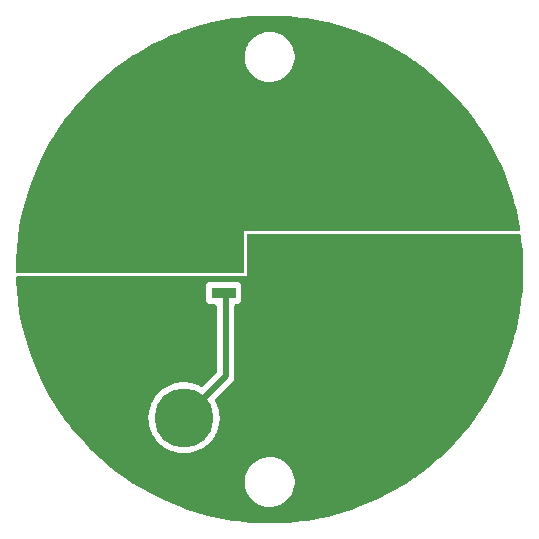
<source format=gbr>
%TF.GenerationSoftware,KiCad,Pcbnew,6.0.8-f2edbf62ab~116~ubuntu22.04.1*%
%TF.CreationDate,2022-11-07T08:46:38+01:00*%
%TF.ProjectId,batteriedeckel,62617474-6572-4696-9564-65636b656c2e,rev?*%
%TF.SameCoordinates,Original*%
%TF.FileFunction,Copper,L1,Top*%
%TF.FilePolarity,Positive*%
%FSLAX46Y46*%
G04 Gerber Fmt 4.6, Leading zero omitted, Abs format (unit mm)*
G04 Created by KiCad (PCBNEW 6.0.8-f2edbf62ab~116~ubuntu22.04.1) date 2022-11-07 08:46:38*
%MOMM*%
%LPD*%
G01*
G04 APERTURE LIST*
%TA.AperFunction,ComponentPad*%
%ADD10C,5.000000*%
%TD*%
%TA.AperFunction,SMDPad,CuDef*%
%ADD11R,2.000000X0.900000*%
%TD*%
%TA.AperFunction,Conductor*%
%ADD12C,0.500000*%
%TD*%
G04 APERTURE END LIST*
D10*
%TO.P,BAT+,1,1*%
%TO.N,/BAT+*%
X92750000Y-87443000D03*
%TD*%
%TO.P,SW-,1,1*%
%TO.N,/GND*%
X114500000Y-100000000D03*
%TD*%
%TO.P,BAT-,1,1*%
%TO.N,/GND*%
X102000000Y-102000000D03*
%TD*%
%TO.P,SW+,1,1*%
%TO.N,/MODE*%
X92750000Y-112557000D03*
%TD*%
D11*
%TO.P,J1,1,Pin_1*%
%TO.N,/BAT+*%
X96100000Y-98000000D03*
%TO.P,J1,2,Pin_2*%
%TO.N,/GND*%
X99300000Y-100000000D03*
%TO.P,J1,3,Pin_3*%
%TO.N,/MODE*%
X96100000Y-102000000D03*
%TD*%
D12*
%TO.N,/MODE*%
X92750000Y-112557000D02*
X96266000Y-109041000D01*
X96266000Y-102166000D02*
X96100000Y-102000000D01*
X96266000Y-109041000D02*
X96266000Y-102166000D01*
%TD*%
%TA.AperFunction,Conductor*%
%TO.N,/BAT+*%
G36*
X100452733Y-78513324D02*
G01*
X101346821Y-78550798D01*
X101352079Y-78551129D01*
X101584192Y-78570620D01*
X102243850Y-78626013D01*
X102249099Y-78626565D01*
X102618148Y-78673186D01*
X103136919Y-78738723D01*
X103142123Y-78739491D01*
X104024506Y-78888735D01*
X104029679Y-78889721D01*
X104386389Y-78965542D01*
X104905042Y-79075785D01*
X104910180Y-79076991D01*
X105776929Y-79299535D01*
X105782012Y-79300954D01*
X106638717Y-79559608D01*
X106643736Y-79561239D01*
X107170237Y-79744586D01*
X107488839Y-79855534D01*
X107493763Y-79857365D01*
X108034099Y-80071299D01*
X108325836Y-80186806D01*
X108330701Y-80188851D01*
X109148226Y-80552836D01*
X109153001Y-80555083D01*
X109954561Y-80952982D01*
X109959238Y-80955427D01*
X110743447Y-81386549D01*
X110748017Y-81389188D01*
X111513478Y-81852767D01*
X111517911Y-81855581D01*
X111535546Y-81867297D01*
X112263289Y-82350809D01*
X112267623Y-82353821D01*
X112771392Y-82719830D01*
X112991606Y-82879825D01*
X112995808Y-82883014D01*
X113426363Y-83224268D01*
X113697134Y-83438879D01*
X113701198Y-83442241D01*
X114264767Y-83928701D01*
X114378617Y-84026974D01*
X114382539Y-84030505D01*
X115034881Y-84643094D01*
X115038652Y-84646786D01*
X115664801Y-85286189D01*
X115668384Y-85290005D01*
X116267225Y-85955086D01*
X116270616Y-85959014D01*
X116317617Y-86015828D01*
X116841067Y-86648571D01*
X116844345Y-86652706D01*
X117385407Y-87365529D01*
X117388489Y-87369772D01*
X117507673Y-87541254D01*
X117899229Y-88104630D01*
X117902149Y-88109026D01*
X118381644Y-88864591D01*
X118384378Y-88869105D01*
X118831821Y-89644098D01*
X118834364Y-89648723D01*
X119248971Y-90441794D01*
X119251317Y-90446521D01*
X119632333Y-91256220D01*
X119634480Y-91261041D01*
X119981275Y-92086035D01*
X119983217Y-92090942D01*
X120295142Y-92929680D01*
X120296878Y-92934664D01*
X120573418Y-93785769D01*
X120574943Y-93790821D01*
X120815592Y-94652728D01*
X120816905Y-94657840D01*
X121021257Y-95529101D01*
X121022354Y-95534263D01*
X121190040Y-96413301D01*
X121190920Y-96418504D01*
X121222091Y-96629593D01*
X121212255Y-96699905D01*
X121165967Y-96753738D01*
X121097443Y-96774000D01*
X97790000Y-96774000D01*
X97790000Y-100204000D01*
X97769998Y-100272121D01*
X97716342Y-100318614D01*
X97664000Y-100330000D01*
X78638801Y-100330000D01*
X78570680Y-100309998D01*
X78524187Y-100256342D01*
X78512829Y-100206639D01*
X78508555Y-100002639D01*
X78508555Y-99997361D01*
X78527297Y-99102668D01*
X78527518Y-99097395D01*
X78573994Y-98358676D01*
X78583708Y-98204271D01*
X78584148Y-98199028D01*
X78677693Y-97309010D01*
X78678355Y-97303775D01*
X78809080Y-96418505D01*
X78809960Y-96413301D01*
X78977646Y-95534263D01*
X78978743Y-95529101D01*
X79183095Y-94657840D01*
X79184408Y-94652728D01*
X79425057Y-93790821D01*
X79426582Y-93785769D01*
X79703122Y-92934664D01*
X79704858Y-92929680D01*
X80016783Y-92090942D01*
X80018725Y-92086035D01*
X80365520Y-91261041D01*
X80367667Y-91256220D01*
X80748683Y-90446521D01*
X80751029Y-90441794D01*
X81165636Y-89648723D01*
X81168179Y-89644098D01*
X81615622Y-88869105D01*
X81618356Y-88864591D01*
X82097851Y-88109026D01*
X82100771Y-88104630D01*
X82492328Y-87541254D01*
X82611511Y-87369772D01*
X82614593Y-87365529D01*
X83155655Y-86652706D01*
X83158933Y-86648571D01*
X83682383Y-86015828D01*
X83729384Y-85959014D01*
X83732775Y-85955086D01*
X84331616Y-85290005D01*
X84335199Y-85286189D01*
X84961348Y-84646786D01*
X84965119Y-84643094D01*
X85617461Y-84030505D01*
X85621383Y-84026974D01*
X85735233Y-83928701D01*
X86298802Y-83442241D01*
X86302866Y-83438879D01*
X86573638Y-83224268D01*
X87004192Y-82883014D01*
X87008394Y-82879825D01*
X87228609Y-82719830D01*
X87732377Y-82353821D01*
X87736711Y-82350809D01*
X88064986Y-82132703D01*
X97890743Y-82132703D01*
X97928268Y-82417734D01*
X98004129Y-82695036D01*
X98116923Y-82959476D01*
X98264561Y-83206161D01*
X98444313Y-83430528D01*
X98652851Y-83628423D01*
X98886317Y-83796186D01*
X98890112Y-83798195D01*
X98890113Y-83798196D01*
X98911869Y-83809715D01*
X99140392Y-83930712D01*
X99410373Y-84029511D01*
X99691264Y-84090755D01*
X99719841Y-84093004D01*
X99914282Y-84108307D01*
X99914291Y-84108307D01*
X99916739Y-84108500D01*
X100072271Y-84108500D01*
X100074407Y-84108354D01*
X100074418Y-84108354D01*
X100282548Y-84094165D01*
X100282554Y-84094164D01*
X100286825Y-84093873D01*
X100291020Y-84093004D01*
X100291022Y-84093004D01*
X100427584Y-84064723D01*
X100568342Y-84035574D01*
X100839343Y-83939607D01*
X101094812Y-83807750D01*
X101098313Y-83805289D01*
X101098317Y-83805287D01*
X101212418Y-83725095D01*
X101330023Y-83642441D01*
X101540622Y-83446740D01*
X101722713Y-83224268D01*
X101872927Y-82979142D01*
X101988483Y-82715898D01*
X102067244Y-82439406D01*
X102107751Y-82154784D01*
X102107845Y-82136951D01*
X102109235Y-81871583D01*
X102109235Y-81871576D01*
X102109257Y-81867297D01*
X102107716Y-81855588D01*
X102072292Y-81586522D01*
X102071732Y-81582266D01*
X101995871Y-81304964D01*
X101883077Y-81040524D01*
X101735439Y-80793839D01*
X101555687Y-80569472D01*
X101347149Y-80371577D01*
X101113683Y-80203814D01*
X101091843Y-80192250D01*
X101068654Y-80179972D01*
X100859608Y-80069288D01*
X100589627Y-79970489D01*
X100308736Y-79909245D01*
X100277685Y-79906801D01*
X100085718Y-79891693D01*
X100085709Y-79891693D01*
X100083261Y-79891500D01*
X99927729Y-79891500D01*
X99925593Y-79891646D01*
X99925582Y-79891646D01*
X99717452Y-79905835D01*
X99717446Y-79905836D01*
X99713175Y-79906127D01*
X99708980Y-79906996D01*
X99708978Y-79906996D01*
X99572417Y-79935276D01*
X99431658Y-79964426D01*
X99160657Y-80060393D01*
X99156848Y-80062359D01*
X98915736Y-80186806D01*
X98905188Y-80192250D01*
X98901687Y-80194711D01*
X98901683Y-80194713D01*
X98891594Y-80201804D01*
X98669977Y-80357559D01*
X98459378Y-80553260D01*
X98277287Y-80775732D01*
X98127073Y-81020858D01*
X98011517Y-81284102D01*
X98010342Y-81288229D01*
X98010341Y-81288230D01*
X97981582Y-81389188D01*
X97932756Y-81560594D01*
X97892249Y-81845216D01*
X97892227Y-81849505D01*
X97892226Y-81849512D01*
X97891085Y-82067373D01*
X97890743Y-82132703D01*
X88064986Y-82132703D01*
X88464454Y-81867297D01*
X88482089Y-81855581D01*
X88486522Y-81852767D01*
X89251983Y-81389188D01*
X89256553Y-81386549D01*
X90040762Y-80955427D01*
X90045439Y-80952982D01*
X90846999Y-80555083D01*
X90851774Y-80552836D01*
X91669299Y-80188851D01*
X91674164Y-80186806D01*
X91965901Y-80071299D01*
X92506237Y-79857365D01*
X92511161Y-79855534D01*
X92829763Y-79744586D01*
X93356264Y-79561239D01*
X93361283Y-79559608D01*
X94217988Y-79300954D01*
X94223071Y-79299535D01*
X95089820Y-79076991D01*
X95094958Y-79075785D01*
X95613611Y-78965542D01*
X95970321Y-78889721D01*
X95975494Y-78888735D01*
X96857877Y-78739491D01*
X96863081Y-78738723D01*
X97381852Y-78673186D01*
X97750901Y-78626565D01*
X97756150Y-78626013D01*
X98415808Y-78570620D01*
X98647921Y-78551129D01*
X98653179Y-78550798D01*
X99547267Y-78513324D01*
X99552544Y-78513213D01*
X100447456Y-78513213D01*
X100452733Y-78513324D01*
G37*
%TD.AperFunction*%
%TD*%
%TA.AperFunction,Conductor*%
%TO.N,/GND*%
G36*
X121240283Y-97048002D02*
G01*
X121286776Y-97101658D01*
X121296810Y-97135593D01*
X121321575Y-97303295D01*
X121321646Y-97303777D01*
X121322305Y-97308991D01*
X121407138Y-98116124D01*
X121415852Y-98199028D01*
X121416293Y-98204287D01*
X121472482Y-99097395D01*
X121472703Y-99102668D01*
X121491445Y-99997361D01*
X121491445Y-100002639D01*
X121472703Y-100897332D01*
X121472482Y-100902605D01*
X121416293Y-101795713D01*
X121415852Y-101800972D01*
X121322307Y-102690990D01*
X121321645Y-102696225D01*
X121190920Y-103581495D01*
X121190040Y-103586699D01*
X121022354Y-104465737D01*
X121021257Y-104470899D01*
X120816905Y-105342160D01*
X120815592Y-105347272D01*
X120574943Y-106209179D01*
X120573418Y-106214231D01*
X120296878Y-107065336D01*
X120295142Y-107070320D01*
X119983217Y-107909058D01*
X119981275Y-107913965D01*
X119634480Y-108738959D01*
X119632333Y-108743780D01*
X119251317Y-109553479D01*
X119248971Y-109558206D01*
X118834364Y-110351277D01*
X118831821Y-110355902D01*
X118384378Y-111130895D01*
X118381644Y-111135409D01*
X118327715Y-111220388D01*
X117913927Y-111872415D01*
X117902149Y-111890974D01*
X117899239Y-111895355D01*
X117505174Y-112462341D01*
X117388491Y-112630226D01*
X117385407Y-112634471D01*
X116931048Y-113233067D01*
X116844345Y-113347294D01*
X116841067Y-113351429D01*
X116780621Y-113424496D01*
X116270616Y-114040986D01*
X116267225Y-114044914D01*
X115668384Y-114709995D01*
X115664808Y-114713804D01*
X115285182Y-115101466D01*
X115038652Y-115353214D01*
X115034881Y-115356906D01*
X114382539Y-115969495D01*
X114378619Y-115973025D01*
X114248621Y-116085236D01*
X113701200Y-116557757D01*
X113697137Y-116561119D01*
X113421752Y-116779386D01*
X112995810Y-117116984D01*
X112991609Y-117120173D01*
X112731569Y-117309103D01*
X112267623Y-117646179D01*
X112263289Y-117649191D01*
X111517911Y-118144419D01*
X111513478Y-118147233D01*
X111024226Y-118443534D01*
X110748017Y-118610812D01*
X110743447Y-118613451D01*
X109959238Y-119044573D01*
X109954561Y-119047018D01*
X109153001Y-119444917D01*
X109148226Y-119447164D01*
X108330701Y-119811149D01*
X108325836Y-119813194D01*
X107493763Y-120142635D01*
X107488839Y-120144466D01*
X107170237Y-120255414D01*
X106643736Y-120438761D01*
X106638717Y-120440392D01*
X105782012Y-120699046D01*
X105776929Y-120700465D01*
X104910180Y-120923009D01*
X104905042Y-120924215D01*
X104386389Y-121034458D01*
X104029679Y-121110279D01*
X104024506Y-121111265D01*
X103142123Y-121260509D01*
X103136919Y-121261277D01*
X102618148Y-121326814D01*
X102249099Y-121373435D01*
X102243850Y-121373987D01*
X101584192Y-121429380D01*
X101352079Y-121448871D01*
X101346821Y-121449202D01*
X100560337Y-121482166D01*
X100452732Y-121486676D01*
X100447456Y-121486787D01*
X99552544Y-121486787D01*
X99547268Y-121486676D01*
X99439663Y-121482166D01*
X98653179Y-121449202D01*
X98647921Y-121448871D01*
X98415808Y-121429380D01*
X97756150Y-121373987D01*
X97750901Y-121373435D01*
X97381852Y-121326814D01*
X96863081Y-121261277D01*
X96857877Y-121260509D01*
X95975494Y-121111265D01*
X95970321Y-121110279D01*
X95613611Y-121034458D01*
X95094958Y-120924215D01*
X95089820Y-120923009D01*
X94223071Y-120700465D01*
X94217988Y-120699046D01*
X93361283Y-120440392D01*
X93356264Y-120438761D01*
X92829763Y-120255414D01*
X92511161Y-120144466D01*
X92506237Y-120142635D01*
X91674164Y-119813194D01*
X91669299Y-119811149D01*
X90851774Y-119447164D01*
X90846999Y-119444917D01*
X90045439Y-119047018D01*
X90040762Y-119044573D01*
X89256553Y-118613451D01*
X89251983Y-118610812D01*
X88975774Y-118443534D01*
X88486522Y-118147233D01*
X88482089Y-118144419D01*
X88464455Y-118132703D01*
X97890743Y-118132703D01*
X97891302Y-118136947D01*
X97891302Y-118136951D01*
X97892477Y-118145874D01*
X97928268Y-118417734D01*
X98004129Y-118695036D01*
X98116923Y-118959476D01*
X98264561Y-119206161D01*
X98444313Y-119430528D01*
X98652851Y-119628423D01*
X98886317Y-119796186D01*
X98890112Y-119798195D01*
X98890113Y-119798196D01*
X98911869Y-119809715D01*
X99140392Y-119930712D01*
X99410373Y-120029511D01*
X99691264Y-120090755D01*
X99719841Y-120093004D01*
X99914282Y-120108307D01*
X99914291Y-120108307D01*
X99916739Y-120108500D01*
X100072271Y-120108500D01*
X100074407Y-120108354D01*
X100074418Y-120108354D01*
X100282548Y-120094165D01*
X100282554Y-120094164D01*
X100286825Y-120093873D01*
X100291020Y-120093004D01*
X100291022Y-120093004D01*
X100427583Y-120064724D01*
X100568342Y-120035574D01*
X100839343Y-119939607D01*
X100927362Y-119894177D01*
X101091005Y-119809715D01*
X101091006Y-119809715D01*
X101094812Y-119807750D01*
X101098313Y-119805289D01*
X101098317Y-119805287D01*
X101212418Y-119725095D01*
X101330023Y-119642441D01*
X101540622Y-119446740D01*
X101722713Y-119224268D01*
X101872927Y-118979142D01*
X101988483Y-118715898D01*
X102018027Y-118612185D01*
X102066068Y-118443534D01*
X102067244Y-118439406D01*
X102107751Y-118154784D01*
X102107806Y-118144412D01*
X102109235Y-117871583D01*
X102109235Y-117871576D01*
X102109257Y-117867297D01*
X102071732Y-117582266D01*
X101995871Y-117304964D01*
X101883077Y-117040524D01*
X101735439Y-116793839D01*
X101555687Y-116569472D01*
X101347149Y-116371577D01*
X101113683Y-116203814D01*
X101091843Y-116192250D01*
X100889728Y-116085236D01*
X100859608Y-116069288D01*
X100589627Y-115970489D01*
X100308736Y-115909245D01*
X100277685Y-115906801D01*
X100085718Y-115891693D01*
X100085709Y-115891693D01*
X100083261Y-115891500D01*
X99927729Y-115891500D01*
X99925593Y-115891646D01*
X99925582Y-115891646D01*
X99717452Y-115905835D01*
X99717446Y-115905836D01*
X99713175Y-115906127D01*
X99708980Y-115906996D01*
X99708978Y-115906996D01*
X99572416Y-115935277D01*
X99431658Y-115964426D01*
X99160657Y-116060393D01*
X98905188Y-116192250D01*
X98901687Y-116194711D01*
X98901683Y-116194713D01*
X98891594Y-116201804D01*
X98669977Y-116357559D01*
X98459378Y-116553260D01*
X98277287Y-116775732D01*
X98127073Y-117020858D01*
X98011517Y-117284102D01*
X97932756Y-117560594D01*
X97892249Y-117845216D01*
X97892227Y-117849505D01*
X97892226Y-117849512D01*
X97891791Y-117932627D01*
X97890743Y-118132703D01*
X88464455Y-118132703D01*
X87736711Y-117649191D01*
X87732377Y-117646179D01*
X87268431Y-117309103D01*
X87008391Y-117120173D01*
X87004190Y-117116984D01*
X86578248Y-116779386D01*
X86302863Y-116561119D01*
X86298800Y-116557757D01*
X85751380Y-116085236D01*
X85621381Y-115973025D01*
X85617461Y-115969495D01*
X84965119Y-115356906D01*
X84961348Y-115353214D01*
X84714818Y-115101466D01*
X84335192Y-114713804D01*
X84331616Y-114709995D01*
X83732775Y-114044914D01*
X83729384Y-114040986D01*
X83219379Y-113424496D01*
X83158933Y-113351429D01*
X83155655Y-113347294D01*
X83068952Y-113233067D01*
X82614593Y-112634471D01*
X82611509Y-112630226D01*
X82494826Y-112462341D01*
X89737888Y-112462341D01*
X89737983Y-112465971D01*
X89737983Y-112465972D01*
X89740367Y-112557000D01*
X89746970Y-112809171D01*
X89795856Y-113152660D01*
X89883897Y-113488253D01*
X90009927Y-113811503D01*
X90011624Y-113814708D01*
X90145113Y-114066825D01*
X90172275Y-114118126D01*
X90174325Y-114121109D01*
X90174327Y-114121112D01*
X90366733Y-114401064D01*
X90366739Y-114401071D01*
X90368790Y-114404056D01*
X90596866Y-114665505D01*
X90599551Y-114667948D01*
X90809268Y-114858775D01*
X90853481Y-114899006D01*
X91135233Y-115101466D01*
X91438388Y-115270200D01*
X91758928Y-115402972D01*
X91762422Y-115403967D01*
X91762424Y-115403968D01*
X92089103Y-115497025D01*
X92089108Y-115497026D01*
X92092604Y-115498022D01*
X92289304Y-115530233D01*
X92431412Y-115553504D01*
X92431419Y-115553505D01*
X92434993Y-115554090D01*
X92608275Y-115562262D01*
X92777931Y-115570263D01*
X92777932Y-115570263D01*
X92781558Y-115570434D01*
X92790415Y-115569830D01*
X93124073Y-115547084D01*
X93124081Y-115547083D01*
X93127704Y-115546836D01*
X93131279Y-115546173D01*
X93131282Y-115546173D01*
X93465279Y-115484270D01*
X93465283Y-115484269D01*
X93468844Y-115483609D01*
X93800456Y-115381592D01*
X94118145Y-115242136D01*
X94362511Y-115099341D01*
X94414560Y-115068926D01*
X94414562Y-115068925D01*
X94417700Y-115067091D01*
X94420609Y-115064907D01*
X94692244Y-114860958D01*
X94692248Y-114860955D01*
X94695151Y-114858775D01*
X94946819Y-114619950D01*
X95169370Y-114353783D01*
X95359853Y-114063799D01*
X95488446Y-113808121D01*
X95514117Y-113757080D01*
X95514120Y-113757072D01*
X95515744Y-113753844D01*
X95634977Y-113428026D01*
X95635822Y-113424504D01*
X95635825Y-113424496D01*
X95715124Y-113094191D01*
X95715125Y-113094187D01*
X95715971Y-113090662D01*
X95750035Y-112809171D01*
X95757316Y-112749004D01*
X95757316Y-112748997D01*
X95757652Y-112746225D01*
X95763599Y-112557000D01*
X95763438Y-112554204D01*
X95743836Y-112214246D01*
X95743835Y-112214241D01*
X95743627Y-112210626D01*
X95683976Y-111868842D01*
X95585437Y-111536180D01*
X95449316Y-111217048D01*
X95392830Y-111118017D01*
X95376455Y-111048938D01*
X95400027Y-110981968D01*
X95413184Y-110966497D01*
X96754911Y-109624770D01*
X96769323Y-109612384D01*
X96780918Y-109603851D01*
X96780923Y-109603846D01*
X96786818Y-109599508D01*
X96791557Y-109593930D01*
X96791560Y-109593927D01*
X96821035Y-109559232D01*
X96827965Y-109551716D01*
X96833660Y-109546021D01*
X96851281Y-109523749D01*
X96854072Y-109520345D01*
X96896591Y-109470297D01*
X96896592Y-109470295D01*
X96901333Y-109464715D01*
X96904661Y-109458199D01*
X96908028Y-109453150D01*
X96911195Y-109448021D01*
X96915734Y-109442284D01*
X96946655Y-109376125D01*
X96948561Y-109372225D01*
X96981769Y-109307192D01*
X96983508Y-109300083D01*
X96985604Y-109294449D01*
X96987523Y-109288679D01*
X96990622Y-109282050D01*
X97005491Y-109210565D01*
X97006461Y-109206282D01*
X97022473Y-109140844D01*
X97023808Y-109135390D01*
X97024500Y-109124236D01*
X97024535Y-109124238D01*
X97024775Y-109120266D01*
X97025152Y-109116045D01*
X97026641Y-109108885D01*
X97024546Y-109031458D01*
X97024500Y-109028050D01*
X97024500Y-103084372D01*
X97044502Y-103016251D01*
X97098158Y-102969758D01*
X97143684Y-102958556D01*
X97144718Y-102958500D01*
X97148134Y-102958500D01*
X97151530Y-102958131D01*
X97151532Y-102958131D01*
X97163879Y-102956790D01*
X97210316Y-102951745D01*
X97346705Y-102900615D01*
X97463261Y-102813261D01*
X97550615Y-102696705D01*
X97601745Y-102560316D01*
X97608500Y-102498134D01*
X97608500Y-101501866D01*
X97601745Y-101439684D01*
X97550615Y-101303295D01*
X97463261Y-101186739D01*
X97346705Y-101099385D01*
X97210316Y-101048255D01*
X97148134Y-101041500D01*
X95051866Y-101041500D01*
X94989684Y-101048255D01*
X94853295Y-101099385D01*
X94736739Y-101186739D01*
X94649385Y-101303295D01*
X94598255Y-101439684D01*
X94591500Y-101501866D01*
X94591500Y-102498134D01*
X94598255Y-102560316D01*
X94649385Y-102696705D01*
X94736739Y-102813261D01*
X94853295Y-102900615D01*
X94989684Y-102951745D01*
X95051866Y-102958500D01*
X95381500Y-102958500D01*
X95449621Y-102978502D01*
X95496114Y-103032158D01*
X95507500Y-103084500D01*
X95507500Y-108674629D01*
X95487498Y-108742750D01*
X95470595Y-108763724D01*
X94340695Y-109893624D01*
X94278383Y-109927650D01*
X94207568Y-109922585D01*
X94193815Y-109916497D01*
X93975741Y-109803940D01*
X93651189Y-109681302D01*
X93647668Y-109680418D01*
X93647663Y-109680416D01*
X93426125Y-109624770D01*
X93314692Y-109596780D01*
X93292476Y-109593855D01*
X92974315Y-109551968D01*
X92974307Y-109551967D01*
X92970711Y-109551494D01*
X92826045Y-109549221D01*
X92627446Y-109546101D01*
X92627442Y-109546101D01*
X92623804Y-109546044D01*
X92620190Y-109546405D01*
X92620184Y-109546405D01*
X92376843Y-109570694D01*
X92278569Y-109580503D01*
X91939583Y-109654414D01*
X91936156Y-109655587D01*
X91936150Y-109655589D01*
X91857296Y-109682587D01*
X91611339Y-109766797D01*
X91298188Y-109916163D01*
X91004279Y-110100532D01*
X91001443Y-110102804D01*
X91001436Y-110102809D01*
X90757384Y-110298332D01*
X90733509Y-110317459D01*
X90489466Y-110564071D01*
X90275386Y-110837098D01*
X90094105Y-111132921D01*
X90092580Y-111136206D01*
X90092578Y-111136210D01*
X90053504Y-111220388D01*
X89948027Y-111447620D01*
X89839087Y-111777023D01*
X89838351Y-111780578D01*
X89838350Y-111780581D01*
X89769465Y-112113214D01*
X89768730Y-112116764D01*
X89737888Y-112462341D01*
X82494826Y-112462341D01*
X82100761Y-111895355D01*
X82097851Y-111890974D01*
X82086074Y-111872415D01*
X81672285Y-111220388D01*
X81618356Y-111135409D01*
X81615622Y-111130895D01*
X81168179Y-110355902D01*
X81165636Y-110351277D01*
X80751029Y-109558206D01*
X80748683Y-109553479D01*
X80367667Y-108743780D01*
X80365520Y-108738959D01*
X80018725Y-107913965D01*
X80016783Y-107909058D01*
X79704858Y-107070320D01*
X79703122Y-107065336D01*
X79426582Y-106214231D01*
X79425057Y-106209179D01*
X79184408Y-105347272D01*
X79183095Y-105342160D01*
X78978743Y-104470899D01*
X78977646Y-104465737D01*
X78809960Y-103586699D01*
X78809080Y-103581495D01*
X78678355Y-102696225D01*
X78677693Y-102690990D01*
X78584148Y-101800972D01*
X78583707Y-101795713D01*
X78527518Y-100902605D01*
X78527297Y-100897332D01*
X78523428Y-100712639D01*
X78541999Y-100644114D01*
X78594669Y-100596508D01*
X78649400Y-100584000D01*
X98044000Y-100584000D01*
X98044000Y-97154000D01*
X98064002Y-97085879D01*
X98117658Y-97039386D01*
X98170000Y-97028000D01*
X121172162Y-97028000D01*
X121240283Y-97048002D01*
G37*
%TD.AperFunction*%
%TD*%
M02*

</source>
